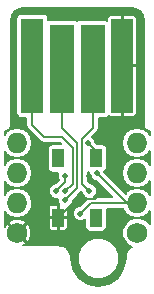
<source format=gbr>
G04 #@! TF.FileFunction,Copper,L1,Top,Signal*
%FSLAX46Y46*%
G04 Gerber Fmt 4.6, Leading zero omitted, Abs format (unit mm)*
G04 Created by KiCad (PCBNEW 4.0.2-stable) date Thu Jun 16 22:02:21 2016*
%MOMM*%
G01*
G04 APERTURE LIST*
%ADD10C,0.100000*%
%ADD11C,1.727200*%
%ADD12O,1.727200X1.727200*%
%ADD13R,1.900000X8.000000*%
%ADD14R,2.000000X7.500000*%
%ADD15R,1.000000X1.600000*%
%ADD16C,0.500000*%
%ADD17C,0.200000*%
G04 APERTURE END LIST*
D10*
D11*
X166370000Y-106426000D03*
D12*
X166370000Y-103886000D03*
X166370000Y-101346000D03*
X166370000Y-98806000D03*
D13*
X157480000Y-92276000D03*
X165100000Y-92276000D03*
D14*
X162590000Y-92526000D03*
X159990000Y-92526000D03*
D15*
X159690000Y-105116000D03*
X162890000Y-105116000D03*
X159690000Y-100116000D03*
X162890000Y-100116000D03*
D11*
X156210000Y-106426000D03*
D12*
X156210000Y-103886000D03*
X156210000Y-101346000D03*
X156210000Y-98806000D03*
D16*
X162179000Y-98806000D03*
X160274000Y-101600000D03*
X159512000Y-102870000D03*
X162306000Y-101600000D03*
X160274000Y-102870000D03*
X162941000Y-101346000D03*
X161544000Y-104775000D03*
X162306000Y-102870000D03*
X160274000Y-103632000D03*
D17*
X162179000Y-98806000D02*
X162890000Y-99517000D01*
X162890000Y-99517000D02*
X162890000Y-100116000D01*
X160274000Y-101600000D02*
X160274000Y-102108000D01*
X160274000Y-102108000D02*
X159512000Y-102870000D01*
X161301000Y-103505000D02*
X159690000Y-105116000D01*
X162814000Y-103505000D02*
X161301000Y-103505000D01*
X163322000Y-102997000D02*
X162814000Y-103505000D01*
X163322000Y-102616000D02*
X163322000Y-102997000D01*
X162306000Y-101600000D02*
X163322000Y-102616000D01*
X157480000Y-92276000D02*
X157480000Y-97282000D01*
X160020000Y-98298000D02*
X160909000Y-99187000D01*
X158496000Y-98298000D02*
X160020000Y-98298000D01*
X157480000Y-97282000D02*
X158496000Y-98298000D01*
X160909000Y-102235000D02*
X160274000Y-102870000D01*
X160909000Y-99187000D02*
X160909000Y-102235000D01*
X162941000Y-101346000D02*
X165481000Y-103886000D01*
X165481000Y-103886000D02*
X166370000Y-103886000D01*
X163195000Y-103886000D02*
X162433000Y-103886000D01*
X162433000Y-103886000D02*
X161544000Y-104775000D01*
X163195000Y-103886000D02*
X166370000Y-103886000D01*
X161671000Y-102235000D02*
X162306000Y-102870000D01*
X162590000Y-97506000D02*
X161671000Y-98425000D01*
X161671000Y-98425000D02*
X161671000Y-102235000D01*
X162590000Y-97506000D02*
X162590000Y-92526000D01*
X161290000Y-102616000D02*
X160274000Y-103632000D01*
X161290000Y-98806000D02*
X161290000Y-102616000D01*
X159990000Y-97506000D02*
X161290000Y-98806000D01*
X159990000Y-92526000D02*
X159990000Y-97506000D01*
G36*
X166259874Y-87431448D02*
X166597174Y-87656824D01*
X166822552Y-87994126D01*
X166911000Y-88438784D01*
X166911000Y-97282000D01*
X166920127Y-97327885D01*
X166920127Y-97374669D01*
X166938030Y-97417891D01*
X166947157Y-97463775D01*
X166973149Y-97502675D01*
X166991052Y-97545896D01*
X167024132Y-97578976D01*
X167050124Y-97617876D01*
X167089024Y-97643868D01*
X167122104Y-97676948D01*
X167165325Y-97694851D01*
X167204225Y-97720843D01*
X167250111Y-97729970D01*
X167293332Y-97747873D01*
X167395065Y-97768109D01*
X167402754Y-97773246D01*
X167407891Y-97780935D01*
X167419000Y-97836783D01*
X167419000Y-98108174D01*
X167288255Y-97912500D01*
X166878314Y-97638586D01*
X166394755Y-97542400D01*
X166345245Y-97542400D01*
X165861686Y-97638586D01*
X165451745Y-97912500D01*
X165177831Y-98322441D01*
X165081645Y-98806000D01*
X165177831Y-99289559D01*
X165451745Y-99699500D01*
X165861686Y-99973414D01*
X166345245Y-100069600D01*
X166394755Y-100069600D01*
X166878314Y-99973414D01*
X167288255Y-99699500D01*
X167419000Y-99503826D01*
X167419000Y-100648174D01*
X167288255Y-100452500D01*
X166878314Y-100178586D01*
X166394755Y-100082400D01*
X166345245Y-100082400D01*
X165861686Y-100178586D01*
X165451745Y-100452500D01*
X165177831Y-100862441D01*
X165081645Y-101346000D01*
X165177831Y-101829559D01*
X165451745Y-102239500D01*
X165861686Y-102513414D01*
X166345245Y-102609600D01*
X166394755Y-102609600D01*
X166878314Y-102513414D01*
X167288255Y-102239500D01*
X167419000Y-102043826D01*
X167419000Y-103188174D01*
X167288255Y-102992500D01*
X166878314Y-102718586D01*
X166394755Y-102622400D01*
X166345245Y-102622400D01*
X165861686Y-102718586D01*
X165451745Y-102992500D01*
X165388804Y-103086697D01*
X163591050Y-101288944D01*
X163591073Y-101261941D01*
X163674372Y-101208340D01*
X163765704Y-101074671D01*
X163797836Y-100916000D01*
X163797836Y-99316000D01*
X163769944Y-99167769D01*
X163682340Y-99031628D01*
X163548671Y-98940296D01*
X163390000Y-98908164D01*
X162988271Y-98908164D01*
X162829050Y-98748943D01*
X162829112Y-98677274D01*
X162730364Y-98438286D01*
X162547752Y-98255354D01*
X162943553Y-97859554D01*
X163051940Y-97697342D01*
X163052468Y-97694687D01*
X163090000Y-97506000D01*
X163090000Y-96683836D01*
X163590000Y-96683836D01*
X163738231Y-96655944D01*
X163874372Y-96568340D01*
X163932704Y-96482968D01*
X163980063Y-96530328D01*
X164090326Y-96576000D01*
X164975000Y-96576000D01*
X165050000Y-96501000D01*
X165050000Y-92326000D01*
X165150000Y-92326000D01*
X165150000Y-96501000D01*
X165225000Y-96576000D01*
X166109674Y-96576000D01*
X166219937Y-96530328D01*
X166304328Y-96445936D01*
X166350000Y-96335673D01*
X166350000Y-92401000D01*
X166275000Y-92326000D01*
X165150000Y-92326000D01*
X165050000Y-92326000D01*
X165030000Y-92326000D01*
X165030000Y-92226000D01*
X165050000Y-92226000D01*
X165050000Y-88051000D01*
X165150000Y-88051000D01*
X165150000Y-92226000D01*
X166275000Y-92226000D01*
X166350000Y-92151000D01*
X166350000Y-88216327D01*
X166304328Y-88106064D01*
X166219937Y-88021672D01*
X166109674Y-87976000D01*
X165225000Y-87976000D01*
X165150000Y-88051000D01*
X165050000Y-88051000D01*
X164975000Y-87976000D01*
X164090326Y-87976000D01*
X163980063Y-88021672D01*
X163895672Y-88106064D01*
X163850000Y-88216327D01*
X163850000Y-88469531D01*
X163748671Y-88400296D01*
X163590000Y-88368164D01*
X161590000Y-88368164D01*
X161441769Y-88396056D01*
X161305628Y-88483660D01*
X161290994Y-88505077D01*
X161282340Y-88491628D01*
X161148671Y-88400296D01*
X160990000Y-88368164D01*
X158990000Y-88368164D01*
X158841769Y-88396056D01*
X158837836Y-88398587D01*
X158837836Y-88276000D01*
X158809944Y-88127769D01*
X158722340Y-87991628D01*
X158588671Y-87900296D01*
X158430000Y-87868164D01*
X156530000Y-87868164D01*
X156381769Y-87896056D01*
X156245628Y-87983660D01*
X156154296Y-88117329D01*
X156122164Y-88276000D01*
X156122164Y-96276000D01*
X156150056Y-96424231D01*
X156237660Y-96560372D01*
X156371329Y-96651704D01*
X156530000Y-96683836D01*
X156980000Y-96683836D01*
X156980000Y-97282000D01*
X157014237Y-97454124D01*
X157018060Y-97473342D01*
X157126447Y-97635553D01*
X158142447Y-98651553D01*
X158304658Y-98759940D01*
X158496000Y-98798000D01*
X159812894Y-98798000D01*
X159923058Y-98908164D01*
X159190000Y-98908164D01*
X159041769Y-98936056D01*
X158905628Y-99023660D01*
X158814296Y-99157329D01*
X158782164Y-99316000D01*
X158782164Y-100916000D01*
X158810056Y-101064231D01*
X158897660Y-101200372D01*
X159031329Y-101291704D01*
X159190000Y-101323836D01*
X159684864Y-101323836D01*
X159624113Y-101470140D01*
X159623888Y-101728726D01*
X159718117Y-101956777D01*
X159454943Y-102219950D01*
X159383274Y-102219888D01*
X159144286Y-102318636D01*
X158961278Y-102501324D01*
X158862113Y-102740140D01*
X158861888Y-102998726D01*
X158960636Y-103237714D01*
X159143324Y-103420722D01*
X159382140Y-103519887D01*
X159624097Y-103520098D01*
X159623888Y-103760726D01*
X159722636Y-103999714D01*
X159776913Y-104054087D01*
X159740000Y-104091000D01*
X159740000Y-105066000D01*
X160415000Y-105066000D01*
X160490000Y-104991000D01*
X160490000Y-104256326D01*
X160486366Y-104247553D01*
X160641714Y-104183364D01*
X160824722Y-104000676D01*
X160923887Y-103761860D01*
X160923950Y-103689156D01*
X161643553Y-102969553D01*
X161655930Y-102951030D01*
X161655888Y-102998726D01*
X161754636Y-103237714D01*
X161937324Y-103420722D01*
X162128099Y-103499939D01*
X162079447Y-103532447D01*
X161486944Y-104124950D01*
X161415274Y-104124888D01*
X161176286Y-104223636D01*
X160993278Y-104406324D01*
X160894113Y-104645140D01*
X160893888Y-104903726D01*
X160992636Y-105142714D01*
X161175324Y-105325722D01*
X161414140Y-105424887D01*
X161672726Y-105425112D01*
X161911714Y-105326364D01*
X161982164Y-105256037D01*
X161982164Y-105916000D01*
X162010056Y-106064231D01*
X162097660Y-106200372D01*
X162231329Y-106291704D01*
X162390000Y-106323836D01*
X163390000Y-106323836D01*
X163538231Y-106295944D01*
X163674372Y-106208340D01*
X163765704Y-106074671D01*
X163797836Y-105916000D01*
X163797836Y-104386000D01*
X165188817Y-104386000D01*
X165451745Y-104779500D01*
X165861686Y-105053414D01*
X166345245Y-105149600D01*
X166394755Y-105149600D01*
X166878314Y-105053414D01*
X167288255Y-104779500D01*
X167419000Y-104583826D01*
X167419000Y-105688271D01*
X167086706Y-105355397D01*
X166622448Y-105162620D01*
X166119757Y-105162182D01*
X165655163Y-105354148D01*
X165299397Y-105709294D01*
X165106620Y-106173552D01*
X165106182Y-106676243D01*
X165298148Y-107140837D01*
X165653294Y-107496603D01*
X165902302Y-107600000D01*
X165746893Y-107703842D01*
X165681368Y-107769368D01*
X165615842Y-107834893D01*
X165505721Y-107999700D01*
X165451014Y-108131775D01*
X165434796Y-108170929D01*
X165396127Y-108365332D01*
X165396127Y-108412115D01*
X165387000Y-108458000D01*
X165387000Y-108538216D01*
X165201879Y-109468882D01*
X164701200Y-110218200D01*
X163951882Y-110718879D01*
X163068000Y-110894694D01*
X162184118Y-110718879D01*
X161434800Y-110218200D01*
X160934121Y-109468882D01*
X160827243Y-108931569D01*
X161317696Y-108931569D01*
X161583557Y-109575001D01*
X162075410Y-110067713D01*
X162718376Y-110334696D01*
X163414569Y-110335304D01*
X164058001Y-110069443D01*
X164550713Y-109577590D01*
X164817696Y-108934624D01*
X164818304Y-108238431D01*
X164552443Y-107594999D01*
X164060590Y-107102287D01*
X163417624Y-106835304D01*
X162721431Y-106834696D01*
X162077999Y-107100557D01*
X161585287Y-107592410D01*
X161318304Y-108235376D01*
X161317696Y-108931569D01*
X160827243Y-108931569D01*
X160749000Y-108538216D01*
X160749000Y-108458000D01*
X160739873Y-108412115D01*
X160739873Y-108365333D01*
X160701204Y-108170929D01*
X160684986Y-108131775D01*
X160630279Y-107999700D01*
X160520158Y-107834893D01*
X160454632Y-107769368D01*
X160389107Y-107703842D01*
X160224300Y-107593721D01*
X160053072Y-107522796D01*
X160053071Y-107522796D01*
X159858668Y-107484127D01*
X159811885Y-107484127D01*
X159766000Y-107475000D01*
X156719856Y-107475000D01*
X156866276Y-107414351D01*
X156959725Y-107246435D01*
X156210000Y-106496711D01*
X156195858Y-106510853D01*
X156125147Y-106440142D01*
X156139289Y-106426000D01*
X156280711Y-106426000D01*
X157030435Y-107175725D01*
X157198351Y-107082276D01*
X157374263Y-106654094D01*
X157372926Y-106191187D01*
X157198351Y-105769724D01*
X157030435Y-105676275D01*
X156280711Y-106426000D01*
X156139289Y-106426000D01*
X155389565Y-105676275D01*
X155221649Y-105769724D01*
X155161000Y-105917348D01*
X155161000Y-105605565D01*
X155460275Y-105605565D01*
X156210000Y-106355289D01*
X156959725Y-105605565D01*
X156866276Y-105437649D01*
X156438094Y-105261737D01*
X155975187Y-105263074D01*
X155553724Y-105437649D01*
X155460275Y-105605565D01*
X155161000Y-105605565D01*
X155161000Y-105241000D01*
X158890000Y-105241000D01*
X158890000Y-105975674D01*
X158935672Y-106085937D01*
X159020064Y-106170328D01*
X159130327Y-106216000D01*
X159565000Y-106216000D01*
X159640000Y-106141000D01*
X159640000Y-105166000D01*
X159740000Y-105166000D01*
X159740000Y-106141000D01*
X159815000Y-106216000D01*
X160249673Y-106216000D01*
X160359936Y-106170328D01*
X160444328Y-106085937D01*
X160490000Y-105975674D01*
X160490000Y-105241000D01*
X160415000Y-105166000D01*
X159740000Y-105166000D01*
X159640000Y-105166000D01*
X158965000Y-105166000D01*
X158890000Y-105241000D01*
X155161000Y-105241000D01*
X155161000Y-104583826D01*
X155291745Y-104779500D01*
X155701686Y-105053414D01*
X156185245Y-105149600D01*
X156234755Y-105149600D01*
X156718314Y-105053414D01*
X157128255Y-104779500D01*
X157402169Y-104369559D01*
X157424692Y-104256326D01*
X158890000Y-104256326D01*
X158890000Y-104991000D01*
X158965000Y-105066000D01*
X159640000Y-105066000D01*
X159640000Y-104091000D01*
X159565000Y-104016000D01*
X159130327Y-104016000D01*
X159020064Y-104061672D01*
X158935672Y-104146063D01*
X158890000Y-104256326D01*
X157424692Y-104256326D01*
X157498355Y-103886000D01*
X157402169Y-103402441D01*
X157128255Y-102992500D01*
X156718314Y-102718586D01*
X156234755Y-102622400D01*
X156185245Y-102622400D01*
X155701686Y-102718586D01*
X155291745Y-102992500D01*
X155161000Y-103188174D01*
X155161000Y-102043826D01*
X155291745Y-102239500D01*
X155701686Y-102513414D01*
X156185245Y-102609600D01*
X156234755Y-102609600D01*
X156718314Y-102513414D01*
X157128255Y-102239500D01*
X157402169Y-101829559D01*
X157498355Y-101346000D01*
X157402169Y-100862441D01*
X157128255Y-100452500D01*
X156718314Y-100178586D01*
X156234755Y-100082400D01*
X156185245Y-100082400D01*
X155701686Y-100178586D01*
X155291745Y-100452500D01*
X155161000Y-100648174D01*
X155161000Y-99503826D01*
X155291745Y-99699500D01*
X155701686Y-99973414D01*
X156185245Y-100069600D01*
X156234755Y-100069600D01*
X156718314Y-99973414D01*
X157128255Y-99699500D01*
X157402169Y-99289559D01*
X157498355Y-98806000D01*
X157402169Y-98322441D01*
X157128255Y-97912500D01*
X156718314Y-97638586D01*
X156234755Y-97542400D01*
X156185245Y-97542400D01*
X155701686Y-97638586D01*
X155291745Y-97912500D01*
X155161000Y-98108174D01*
X155161000Y-97836783D01*
X155172109Y-97780935D01*
X155177246Y-97773246D01*
X155184935Y-97768109D01*
X155286668Y-97747873D01*
X155329889Y-97729970D01*
X155375775Y-97720843D01*
X155414675Y-97694851D01*
X155457896Y-97676948D01*
X155490976Y-97643868D01*
X155529876Y-97617876D01*
X155555867Y-97578978D01*
X155588949Y-97545896D01*
X155606853Y-97502671D01*
X155632843Y-97463775D01*
X155641969Y-97417895D01*
X155659874Y-97374669D01*
X155659874Y-97327880D01*
X155669000Y-97282000D01*
X155669000Y-88438784D01*
X155757448Y-87994126D01*
X155982824Y-87656826D01*
X156320126Y-87431448D01*
X156764784Y-87343000D01*
X165815216Y-87343000D01*
X166259874Y-87431448D01*
X166259874Y-87431448D01*
G37*
X166259874Y-87431448D02*
X166597174Y-87656824D01*
X166822552Y-87994126D01*
X166911000Y-88438784D01*
X166911000Y-97282000D01*
X166920127Y-97327885D01*
X166920127Y-97374669D01*
X166938030Y-97417891D01*
X166947157Y-97463775D01*
X166973149Y-97502675D01*
X166991052Y-97545896D01*
X167024132Y-97578976D01*
X167050124Y-97617876D01*
X167089024Y-97643868D01*
X167122104Y-97676948D01*
X167165325Y-97694851D01*
X167204225Y-97720843D01*
X167250111Y-97729970D01*
X167293332Y-97747873D01*
X167395065Y-97768109D01*
X167402754Y-97773246D01*
X167407891Y-97780935D01*
X167419000Y-97836783D01*
X167419000Y-98108174D01*
X167288255Y-97912500D01*
X166878314Y-97638586D01*
X166394755Y-97542400D01*
X166345245Y-97542400D01*
X165861686Y-97638586D01*
X165451745Y-97912500D01*
X165177831Y-98322441D01*
X165081645Y-98806000D01*
X165177831Y-99289559D01*
X165451745Y-99699500D01*
X165861686Y-99973414D01*
X166345245Y-100069600D01*
X166394755Y-100069600D01*
X166878314Y-99973414D01*
X167288255Y-99699500D01*
X167419000Y-99503826D01*
X167419000Y-100648174D01*
X167288255Y-100452500D01*
X166878314Y-100178586D01*
X166394755Y-100082400D01*
X166345245Y-100082400D01*
X165861686Y-100178586D01*
X165451745Y-100452500D01*
X165177831Y-100862441D01*
X165081645Y-101346000D01*
X165177831Y-101829559D01*
X165451745Y-102239500D01*
X165861686Y-102513414D01*
X166345245Y-102609600D01*
X166394755Y-102609600D01*
X166878314Y-102513414D01*
X167288255Y-102239500D01*
X167419000Y-102043826D01*
X167419000Y-103188174D01*
X167288255Y-102992500D01*
X166878314Y-102718586D01*
X166394755Y-102622400D01*
X166345245Y-102622400D01*
X165861686Y-102718586D01*
X165451745Y-102992500D01*
X165388804Y-103086697D01*
X163591050Y-101288944D01*
X163591073Y-101261941D01*
X163674372Y-101208340D01*
X163765704Y-101074671D01*
X163797836Y-100916000D01*
X163797836Y-99316000D01*
X163769944Y-99167769D01*
X163682340Y-99031628D01*
X163548671Y-98940296D01*
X163390000Y-98908164D01*
X162988271Y-98908164D01*
X162829050Y-98748943D01*
X162829112Y-98677274D01*
X162730364Y-98438286D01*
X162547752Y-98255354D01*
X162943553Y-97859554D01*
X163051940Y-97697342D01*
X163052468Y-97694687D01*
X163090000Y-97506000D01*
X163090000Y-96683836D01*
X163590000Y-96683836D01*
X163738231Y-96655944D01*
X163874372Y-96568340D01*
X163932704Y-96482968D01*
X163980063Y-96530328D01*
X164090326Y-96576000D01*
X164975000Y-96576000D01*
X165050000Y-96501000D01*
X165050000Y-92326000D01*
X165150000Y-92326000D01*
X165150000Y-96501000D01*
X165225000Y-96576000D01*
X166109674Y-96576000D01*
X166219937Y-96530328D01*
X166304328Y-96445936D01*
X166350000Y-96335673D01*
X166350000Y-92401000D01*
X166275000Y-92326000D01*
X165150000Y-92326000D01*
X165050000Y-92326000D01*
X165030000Y-92326000D01*
X165030000Y-92226000D01*
X165050000Y-92226000D01*
X165050000Y-88051000D01*
X165150000Y-88051000D01*
X165150000Y-92226000D01*
X166275000Y-92226000D01*
X166350000Y-92151000D01*
X166350000Y-88216327D01*
X166304328Y-88106064D01*
X166219937Y-88021672D01*
X166109674Y-87976000D01*
X165225000Y-87976000D01*
X165150000Y-88051000D01*
X165050000Y-88051000D01*
X164975000Y-87976000D01*
X164090326Y-87976000D01*
X163980063Y-88021672D01*
X163895672Y-88106064D01*
X163850000Y-88216327D01*
X163850000Y-88469531D01*
X163748671Y-88400296D01*
X163590000Y-88368164D01*
X161590000Y-88368164D01*
X161441769Y-88396056D01*
X161305628Y-88483660D01*
X161290994Y-88505077D01*
X161282340Y-88491628D01*
X161148671Y-88400296D01*
X160990000Y-88368164D01*
X158990000Y-88368164D01*
X158841769Y-88396056D01*
X158837836Y-88398587D01*
X158837836Y-88276000D01*
X158809944Y-88127769D01*
X158722340Y-87991628D01*
X158588671Y-87900296D01*
X158430000Y-87868164D01*
X156530000Y-87868164D01*
X156381769Y-87896056D01*
X156245628Y-87983660D01*
X156154296Y-88117329D01*
X156122164Y-88276000D01*
X156122164Y-96276000D01*
X156150056Y-96424231D01*
X156237660Y-96560372D01*
X156371329Y-96651704D01*
X156530000Y-96683836D01*
X156980000Y-96683836D01*
X156980000Y-97282000D01*
X157014237Y-97454124D01*
X157018060Y-97473342D01*
X157126447Y-97635553D01*
X158142447Y-98651553D01*
X158304658Y-98759940D01*
X158496000Y-98798000D01*
X159812894Y-98798000D01*
X159923058Y-98908164D01*
X159190000Y-98908164D01*
X159041769Y-98936056D01*
X158905628Y-99023660D01*
X158814296Y-99157329D01*
X158782164Y-99316000D01*
X158782164Y-100916000D01*
X158810056Y-101064231D01*
X158897660Y-101200372D01*
X159031329Y-101291704D01*
X159190000Y-101323836D01*
X159684864Y-101323836D01*
X159624113Y-101470140D01*
X159623888Y-101728726D01*
X159718117Y-101956777D01*
X159454943Y-102219950D01*
X159383274Y-102219888D01*
X159144286Y-102318636D01*
X158961278Y-102501324D01*
X158862113Y-102740140D01*
X158861888Y-102998726D01*
X158960636Y-103237714D01*
X159143324Y-103420722D01*
X159382140Y-103519887D01*
X159624097Y-103520098D01*
X159623888Y-103760726D01*
X159722636Y-103999714D01*
X159776913Y-104054087D01*
X159740000Y-104091000D01*
X159740000Y-105066000D01*
X160415000Y-105066000D01*
X160490000Y-104991000D01*
X160490000Y-104256326D01*
X160486366Y-104247553D01*
X160641714Y-104183364D01*
X160824722Y-104000676D01*
X160923887Y-103761860D01*
X160923950Y-103689156D01*
X161643553Y-102969553D01*
X161655930Y-102951030D01*
X161655888Y-102998726D01*
X161754636Y-103237714D01*
X161937324Y-103420722D01*
X162128099Y-103499939D01*
X162079447Y-103532447D01*
X161486944Y-104124950D01*
X161415274Y-104124888D01*
X161176286Y-104223636D01*
X160993278Y-104406324D01*
X160894113Y-104645140D01*
X160893888Y-104903726D01*
X160992636Y-105142714D01*
X161175324Y-105325722D01*
X161414140Y-105424887D01*
X161672726Y-105425112D01*
X161911714Y-105326364D01*
X161982164Y-105256037D01*
X161982164Y-105916000D01*
X162010056Y-106064231D01*
X162097660Y-106200372D01*
X162231329Y-106291704D01*
X162390000Y-106323836D01*
X163390000Y-106323836D01*
X163538231Y-106295944D01*
X163674372Y-106208340D01*
X163765704Y-106074671D01*
X163797836Y-105916000D01*
X163797836Y-104386000D01*
X165188817Y-104386000D01*
X165451745Y-104779500D01*
X165861686Y-105053414D01*
X166345245Y-105149600D01*
X166394755Y-105149600D01*
X166878314Y-105053414D01*
X167288255Y-104779500D01*
X167419000Y-104583826D01*
X167419000Y-105688271D01*
X167086706Y-105355397D01*
X166622448Y-105162620D01*
X166119757Y-105162182D01*
X165655163Y-105354148D01*
X165299397Y-105709294D01*
X165106620Y-106173552D01*
X165106182Y-106676243D01*
X165298148Y-107140837D01*
X165653294Y-107496603D01*
X165902302Y-107600000D01*
X165746893Y-107703842D01*
X165681368Y-107769368D01*
X165615842Y-107834893D01*
X165505721Y-107999700D01*
X165451014Y-108131775D01*
X165434796Y-108170929D01*
X165396127Y-108365332D01*
X165396127Y-108412115D01*
X165387000Y-108458000D01*
X165387000Y-108538216D01*
X165201879Y-109468882D01*
X164701200Y-110218200D01*
X163951882Y-110718879D01*
X163068000Y-110894694D01*
X162184118Y-110718879D01*
X161434800Y-110218200D01*
X160934121Y-109468882D01*
X160827243Y-108931569D01*
X161317696Y-108931569D01*
X161583557Y-109575001D01*
X162075410Y-110067713D01*
X162718376Y-110334696D01*
X163414569Y-110335304D01*
X164058001Y-110069443D01*
X164550713Y-109577590D01*
X164817696Y-108934624D01*
X164818304Y-108238431D01*
X164552443Y-107594999D01*
X164060590Y-107102287D01*
X163417624Y-106835304D01*
X162721431Y-106834696D01*
X162077999Y-107100557D01*
X161585287Y-107592410D01*
X161318304Y-108235376D01*
X161317696Y-108931569D01*
X160827243Y-108931569D01*
X160749000Y-108538216D01*
X160749000Y-108458000D01*
X160739873Y-108412115D01*
X160739873Y-108365333D01*
X160701204Y-108170929D01*
X160684986Y-108131775D01*
X160630279Y-107999700D01*
X160520158Y-107834893D01*
X160454632Y-107769368D01*
X160389107Y-107703842D01*
X160224300Y-107593721D01*
X160053072Y-107522796D01*
X160053071Y-107522796D01*
X159858668Y-107484127D01*
X159811885Y-107484127D01*
X159766000Y-107475000D01*
X156719856Y-107475000D01*
X156866276Y-107414351D01*
X156959725Y-107246435D01*
X156210000Y-106496711D01*
X156195858Y-106510853D01*
X156125147Y-106440142D01*
X156139289Y-106426000D01*
X156280711Y-106426000D01*
X157030435Y-107175725D01*
X157198351Y-107082276D01*
X157374263Y-106654094D01*
X157372926Y-106191187D01*
X157198351Y-105769724D01*
X157030435Y-105676275D01*
X156280711Y-106426000D01*
X156139289Y-106426000D01*
X155389565Y-105676275D01*
X155221649Y-105769724D01*
X155161000Y-105917348D01*
X155161000Y-105605565D01*
X155460275Y-105605565D01*
X156210000Y-106355289D01*
X156959725Y-105605565D01*
X156866276Y-105437649D01*
X156438094Y-105261737D01*
X155975187Y-105263074D01*
X155553724Y-105437649D01*
X155460275Y-105605565D01*
X155161000Y-105605565D01*
X155161000Y-105241000D01*
X158890000Y-105241000D01*
X158890000Y-105975674D01*
X158935672Y-106085937D01*
X159020064Y-106170328D01*
X159130327Y-106216000D01*
X159565000Y-106216000D01*
X159640000Y-106141000D01*
X159640000Y-105166000D01*
X159740000Y-105166000D01*
X159740000Y-106141000D01*
X159815000Y-106216000D01*
X160249673Y-106216000D01*
X160359936Y-106170328D01*
X160444328Y-106085937D01*
X160490000Y-105975674D01*
X160490000Y-105241000D01*
X160415000Y-105166000D01*
X159740000Y-105166000D01*
X159640000Y-105166000D01*
X158965000Y-105166000D01*
X158890000Y-105241000D01*
X155161000Y-105241000D01*
X155161000Y-104583826D01*
X155291745Y-104779500D01*
X155701686Y-105053414D01*
X156185245Y-105149600D01*
X156234755Y-105149600D01*
X156718314Y-105053414D01*
X157128255Y-104779500D01*
X157402169Y-104369559D01*
X157424692Y-104256326D01*
X158890000Y-104256326D01*
X158890000Y-104991000D01*
X158965000Y-105066000D01*
X159640000Y-105066000D01*
X159640000Y-104091000D01*
X159565000Y-104016000D01*
X159130327Y-104016000D01*
X159020064Y-104061672D01*
X158935672Y-104146063D01*
X158890000Y-104256326D01*
X157424692Y-104256326D01*
X157498355Y-103886000D01*
X157402169Y-103402441D01*
X157128255Y-102992500D01*
X156718314Y-102718586D01*
X156234755Y-102622400D01*
X156185245Y-102622400D01*
X155701686Y-102718586D01*
X155291745Y-102992500D01*
X155161000Y-103188174D01*
X155161000Y-102043826D01*
X155291745Y-102239500D01*
X155701686Y-102513414D01*
X156185245Y-102609600D01*
X156234755Y-102609600D01*
X156718314Y-102513414D01*
X157128255Y-102239500D01*
X157402169Y-101829559D01*
X157498355Y-101346000D01*
X157402169Y-100862441D01*
X157128255Y-100452500D01*
X156718314Y-100178586D01*
X156234755Y-100082400D01*
X156185245Y-100082400D01*
X155701686Y-100178586D01*
X155291745Y-100452500D01*
X155161000Y-100648174D01*
X155161000Y-99503826D01*
X155291745Y-99699500D01*
X155701686Y-99973414D01*
X156185245Y-100069600D01*
X156234755Y-100069600D01*
X156718314Y-99973414D01*
X157128255Y-99699500D01*
X157402169Y-99289559D01*
X157498355Y-98806000D01*
X157402169Y-98322441D01*
X157128255Y-97912500D01*
X156718314Y-97638586D01*
X156234755Y-97542400D01*
X156185245Y-97542400D01*
X155701686Y-97638586D01*
X155291745Y-97912500D01*
X155161000Y-98108174D01*
X155161000Y-97836783D01*
X155172109Y-97780935D01*
X155177246Y-97773246D01*
X155184935Y-97768109D01*
X155286668Y-97747873D01*
X155329889Y-97729970D01*
X155375775Y-97720843D01*
X155414675Y-97694851D01*
X155457896Y-97676948D01*
X155490976Y-97643868D01*
X155529876Y-97617876D01*
X155555867Y-97578978D01*
X155588949Y-97545896D01*
X155606853Y-97502671D01*
X155632843Y-97463775D01*
X155641969Y-97417895D01*
X155659874Y-97374669D01*
X155659874Y-97327880D01*
X155669000Y-97282000D01*
X155669000Y-88438784D01*
X155757448Y-87994126D01*
X155982824Y-87656826D01*
X156320126Y-87431448D01*
X156764784Y-87343000D01*
X165815216Y-87343000D01*
X166259874Y-87431448D01*
G36*
X162231329Y-101291704D02*
X162291037Y-101303795D01*
X162290888Y-101474726D01*
X162389636Y-101713714D01*
X162572324Y-101896722D01*
X162811140Y-101995887D01*
X162883844Y-101995950D01*
X164273893Y-103386000D01*
X162709140Y-103386000D01*
X162856722Y-103238676D01*
X162955887Y-102999860D01*
X162956112Y-102741274D01*
X162857364Y-102502286D01*
X162674676Y-102319278D01*
X162435860Y-102220113D01*
X162363156Y-102220050D01*
X162171000Y-102027894D01*
X162171000Y-101250483D01*
X162231329Y-101291704D01*
X162231329Y-101291704D01*
G37*
X162231329Y-101291704D02*
X162291037Y-101303795D01*
X162290888Y-101474726D01*
X162389636Y-101713714D01*
X162572324Y-101896722D01*
X162811140Y-101995887D01*
X162883844Y-101995950D01*
X164273893Y-103386000D01*
X162709140Y-103386000D01*
X162856722Y-103238676D01*
X162955887Y-102999860D01*
X162956112Y-102741274D01*
X162857364Y-102502286D01*
X162674676Y-102319278D01*
X162435860Y-102220113D01*
X162363156Y-102220050D01*
X162171000Y-102027894D01*
X162171000Y-101250483D01*
X162231329Y-101291704D01*
M02*

</source>
